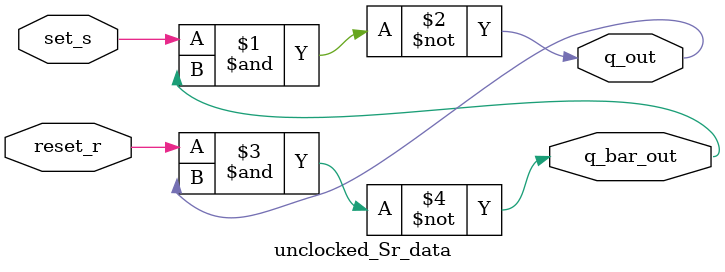
<source format=v>
module unclocked_Sr_data(set_s,reset_r,q_out,q_bar_out);
input set_s;
input reset_r;
output q_out, q_bar_out;
assign q_out=~(set_s&q_bar_out);
assign q_bar_out=~(reset_r&q_out);
endmodule

</source>
